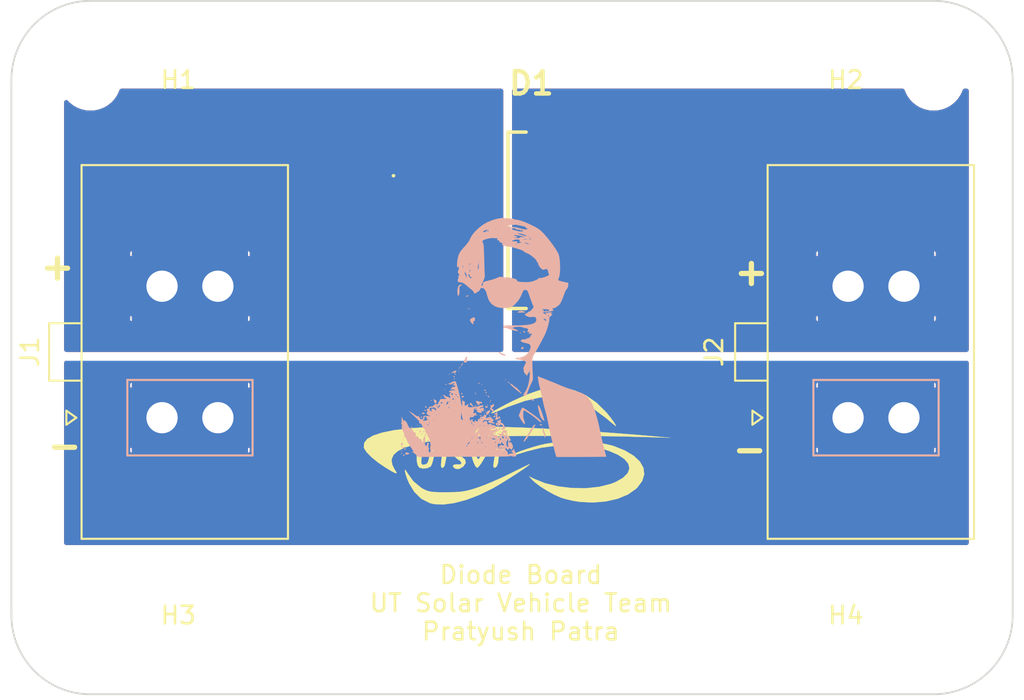
<source format=kicad_pcb>
(kicad_pcb (version 20221018) (generator pcbnew)
  (layers (0 "F.Cu" signal) (31 "B.Cu" signal) (34 "B.Paste" user) (35 "F.Paste" user) (36 "B.SilkS" user "B.Silkscreen") (37 "F.SilkS" user "F.Silkscreen") (38 "B.Mask" user) (39 "F.Mask" user) (44 "Edge.Cuts" user))
  (net 0 "")
  (net 1 "Net-(D1-K)")
  (net 2 "Net-(J1-Pin_2)")
  (net 3 "GND")
  (footprint "Connector_Molex:Molex_Sabre_43160-0102_1x02_P7.49mm_Vertical" (layer "F.Cu") (at 125.31 73.745 90)
    (fp_text reference "J2" (at 3.75 -10.81 90) (layer "F.SilkS"))
    (fp_text value "Conn_01x02_Socket")
    (pad "1" thru_hole rect (at 0 -3.18 90) (size 3.78 3.43) (drill 1.78) (layers "*.Cu" "*.Mask") (net 3 "GND"))
    (pad "1" thru_hole rect (at 0 0 90) (size 3.78 3.43) (drill 1.78) (layers "*.Cu" "*.Mask") (net 3 "GND"))
    (pad "2" thru_hole rect (at 7.49 -3.18 90) (size 3.78 3.43) (drill 1.78) (layers "*.Cu" "*.Mask") (net 1 "Net-(D1-K)"))
    (pad "2" thru_hole rect (at 7.49 0 90) (size 3.78 3.43) (drill 1.78) (layers "*.Cu" "*.Mask") (net 1 "Net-(D1-K)"))
  )
  (footprint "UTSVT_Special:UTSVT_Logo_Symbol" (layer "F.Cu") (at 103 75.5)
    (fp_text reference "G***" hide)
    (fp_text value "LOGO" hide)
  )
  (footprint "MountingHole:MountingHole_3mm" (layer "F.Cu") (at 79 85)
    (fp_text reference "H3" (at 5 0) (layer "F.SilkS"))
    (fp_text value "MountingHole")
    (pad "" np_thru_hole circle (at 0 0) (size 3 3) (drill 3) (layers "*.Cu" "*.Mask"))
  )
  (footprint "UTSVT_Passive:SBLB25L30CTE345" (layer "F.Cu") (at 105 62.5 -90)
    (fp_text reference "D1" (at -7.8 0.9 -180) (layer "F.SilkS") (effects (font (size 1.27 1.27) (thickness 0.254))))
    (fp_text value "D" hide)
    (pad "1" smd rect (at -2.54 6.405 270) (size 2.032 3.81) (layers "F.Cu" "F.Paste" "F.Mask") (net 2 "Net-(J1-Pin_2)"))
    (pad "2" smd rect (at 2.54 6.405 270) (size 2.032 3.81) (layers "F.Cu" "F.Paste" "F.Mask") (net 2 "Net-(J1-Pin_2)"))
    (pad "3" smd rect (at 0 -3.51) (size 8.38 10.66) (layers "F.Cu" "F.Paste" "F.Mask") (net 1 "Net-(D1-K)"))
  )
  (footprint "MountingHole:MountingHole_3mm" (layer "F.Cu") (at 79 54.5)
    (fp_text reference "H1" (at 5 0) (layer "F.SilkS"))
    (fp_text value "MountingHole")
    (pad "" np_thru_hole circle (at 0 0) (size 3 3) (drill 3) (layers "*.Cu" "*.Mask"))
  )
  (footprint "MountingHole:MountingHole_3mm" (layer "F.Cu") (at 127 54.5)
    (fp_text reference "H2" (at -5 0) (layer "F.SilkS"))
    (fp_text value "MountingHole")
    (pad "" np_thru_hole circle (at 0 0) (size 3 3) (drill 3) (layers "*.Cu" "*.Mask"))
  )
  (footprint "MountingHole:MountingHole_3mm" (layer "F.Cu") (at 127 85)
    (fp_text reference "H4" (at -5 0) (layer "F.SilkS"))
    (fp_text value "MountingHole")
    (pad "" np_thru_hole circle (at 0 0) (size 3 3) (drill 3) (layers "*.Cu" "*.Mask"))
  )
  (footprint "Connector_Molex:Molex_Sabre_43160-0102_1x02_P7.49mm_Vertical" (layer "F.Cu") (at 86.255 73.745 90)
    (fp_text reference "J1" (at 3.75 -10.7 90) (layer "F.SilkS"))
    (fp_text value "Conn_01x02_Socket")
    (pad "1" thru_hole rect (at 0 -3.18 90) (size 3.78 3.43) (drill 1.78) (layers "*.Cu" "*.Mask") (net 3 "GND"))
    (pad "1" thru_hole rect (at 0 0 90) (size 3.78 3.43) (drill 1.78) (layers "*.Cu" "*.Mask") (net 3 "GND"))
    (pad "2" thru_hole rect (at 7.49 -3.18 90) (size 3.78 3.43) (drill 1.78) (layers "*.Cu" "*.Mask") (net 2 "Net-(J1-Pin_2)"))
    (pad "2" thru_hole rect (at 7.49 0 90) (size 3.78 3.43) (drill 1.78) (layers "*.Cu" "*.Mask") (net 2 "Net-(J1-Pin_2)"))
  )
  (footprint "UTSVT_Special:Hallock_Image_Tiny" (layer "B.Cu") (at 103 69 180)
    (fp_text reference "G***" hide)
    (fp_text value "LOGO" hide)
  )
  (gr_line (start 127 89.5) (end 79 89.5) (stroke (width 0.1)) (layer "Edge.Cuts"))
  (gr_line (start 79 50) (end 127 50) (stroke (width 0.1)) (layer "Edge.Cuts"))
  (gr_line (start 74.5 85) (end 74.5 54.5) (stroke (width 0.1)) (layer "Edge.Cuts"))
  (gr_arc (start 127 50) (mid 130.181981 51.318019) (end 131.5 54.5) (stroke (width 0.1)) (layer "Edge.Cuts"))
  (gr_line (start 131.5 54.5) (end 131.5 85) (stroke (width 0.1)) (layer "Edge.Cuts"))
  (gr_arc (start 74.5 54.5) (mid 75.818019 51.318019) (end 79 50) (stroke (width 0.1)) (layer "Edge.Cuts"))
  (gr_arc (start 131.5 85) (mid 130.181981 88.181981) (end 127 89.5) (stroke (width 0.1)) (layer "Edge.Cuts"))
  (gr_arc (start 79 89.5) (mid 75.818019 88.181981) (end 74.5 85) (stroke (width 0.1)) (layer "Edge.Cuts"))
  (gr_text "-" (at 76.4 76.2) (layer "F.SilkS") (effects (font (size 1.5 1.5) (thickness 0.3) bold) (justify left bottom)))
  (gr_text "+" (at 115.5 66.3) (layer "F.SilkS") (effects (font (size 1.5 1.5) (thickness 0.3) bold) (justify left bottom)))
  (gr_text "-" (at 115.4 76.4) (layer "F.SilkS") (effects (font (size 1.5 1.5) (thickness 0.3) bold) (justify left bottom)))
  (gr_text "+" (at 76 66) (layer "F.SilkS") (effects (font (size 1.5 1.5) (thickness 0.3) bold) (justify left bottom)))
  (gr_text "Diode Board\nUT Solar Vehicle Team\nPratyush Patra" (at 103.5 86.5) (layer "F.SilkS") (effects (font (size 1 1)) (justify bottom)))
  (zone (net 1) (net_name "Net-(D1-K)") (layers "F&B.Cu") (priority 1) (connect_pads (clearance 0.5)) (min_thickness 0.25) (fill yes (thermal_gap 0.1) (thermal_bridge_width 6) (island_removal_mode 1) (island_area_min 10))
    (polygon (pts (xy 103 55) (xy 103 70) (xy 129 70) (xy 129 55)))
  )
  (zone (net 2) (net_name "Net-(J1-Pin_2)") (layers "F&B.Cu") (connect_pads (clearance 0.5)) (min_thickness 0.25) (fill yes (thermal_gap 0.1) (thermal_bridge_width 6) (island_removal_mode 1) (island_area_min 10))
    (polygon (pts (xy 77.5 55) (xy 102.5 55) (xy 102.5 70) (xy 77.5 70)))
  )
  (zone (net 3) (net_name "GND") (layers "F&B.Cu") (priority 2) (connect_pads (clearance 0.5)) (min_thickness 0.25) (fill yes (thermal_gap 0.1) (thermal_bridge_width 6) (island_removal_mode 1) (island_area_min 10))
    (polygon (pts (xy 77.5 70.5) (xy 129 70.5) (xy 129 81) (xy 77.5 81)))
  )
)
</source>
